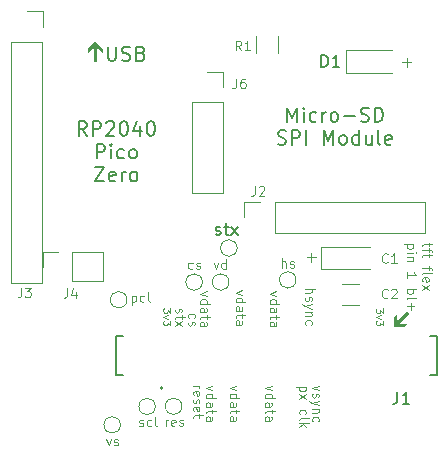
<source format=gbr>
%TF.GenerationSoftware,KiCad,Pcbnew,9.0.0*%
%TF.CreationDate,2025-06-13T13:21:56+01:00*%
%TF.ProjectId,KiCAD_uPicomac3_4,4b694341-445f-4755-9069-636f6d616333,rev?*%
%TF.SameCoordinates,Original*%
%TF.FileFunction,Legend,Top*%
%TF.FilePolarity,Positive*%
%FSLAX46Y46*%
G04 Gerber Fmt 4.6, Leading zero omitted, Abs format (unit mm)*
G04 Created by KiCad (PCBNEW 9.0.0) date 2025-06-13 13:21:56*
%MOMM*%
%LPD*%
G01*
G04 APERTURE LIST*
%ADD10C,0.100000*%
%ADD11C,0.187500*%
%ADD12C,0.125000*%
%ADD13C,0.150000*%
%ADD14C,0.120000*%
%ADD15C,0.200000*%
G04 APERTURE END LIST*
D10*
X114878628Y-74619924D02*
X114878628Y-74991352D01*
X114878628Y-74991352D02*
X114650057Y-74791352D01*
X114650057Y-74791352D02*
X114650057Y-74877067D01*
X114650057Y-74877067D02*
X114621485Y-74934210D01*
X114621485Y-74934210D02*
X114592914Y-74962781D01*
X114592914Y-74962781D02*
X114535771Y-74991352D01*
X114535771Y-74991352D02*
X114392914Y-74991352D01*
X114392914Y-74991352D02*
X114335771Y-74962781D01*
X114335771Y-74962781D02*
X114307200Y-74934210D01*
X114307200Y-74934210D02*
X114278628Y-74877067D01*
X114278628Y-74877067D02*
X114278628Y-74705638D01*
X114278628Y-74705638D02*
X114307200Y-74648495D01*
X114307200Y-74648495D02*
X114335771Y-74619924D01*
X114678628Y-75191353D02*
X114278628Y-75334210D01*
X114278628Y-75334210D02*
X114678628Y-75477067D01*
X114878628Y-75648496D02*
X114878628Y-76019924D01*
X114878628Y-76019924D02*
X114650057Y-75819924D01*
X114650057Y-75819924D02*
X114650057Y-75905639D01*
X114650057Y-75905639D02*
X114621485Y-75962782D01*
X114621485Y-75962782D02*
X114592914Y-75991353D01*
X114592914Y-75991353D02*
X114535771Y-76019924D01*
X114535771Y-76019924D02*
X114392914Y-76019924D01*
X114392914Y-76019924D02*
X114335771Y-75991353D01*
X114335771Y-75991353D02*
X114307200Y-75962782D01*
X114307200Y-75962782D02*
X114278628Y-75905639D01*
X114278628Y-75905639D02*
X114278628Y-75734210D01*
X114278628Y-75734210D02*
X114307200Y-75677067D01*
X114307200Y-75677067D02*
X114335771Y-75648496D01*
X132878628Y-74619924D02*
X132878628Y-74991352D01*
X132878628Y-74991352D02*
X132650057Y-74791352D01*
X132650057Y-74791352D02*
X132650057Y-74877067D01*
X132650057Y-74877067D02*
X132621485Y-74934210D01*
X132621485Y-74934210D02*
X132592914Y-74962781D01*
X132592914Y-74962781D02*
X132535771Y-74991352D01*
X132535771Y-74991352D02*
X132392914Y-74991352D01*
X132392914Y-74991352D02*
X132335771Y-74962781D01*
X132335771Y-74962781D02*
X132307200Y-74934210D01*
X132307200Y-74934210D02*
X132278628Y-74877067D01*
X132278628Y-74877067D02*
X132278628Y-74705638D01*
X132278628Y-74705638D02*
X132307200Y-74648495D01*
X132307200Y-74648495D02*
X132335771Y-74619924D01*
X132678628Y-75191353D02*
X132278628Y-75334210D01*
X132278628Y-75334210D02*
X132678628Y-75477067D01*
X132878628Y-75648496D02*
X132878628Y-76019924D01*
X132878628Y-76019924D02*
X132650057Y-75819924D01*
X132650057Y-75819924D02*
X132650057Y-75905639D01*
X132650057Y-75905639D02*
X132621485Y-75962782D01*
X132621485Y-75962782D02*
X132592914Y-75991353D01*
X132592914Y-75991353D02*
X132535771Y-76019924D01*
X132535771Y-76019924D02*
X132392914Y-76019924D01*
X132392914Y-76019924D02*
X132335771Y-75991353D01*
X132335771Y-75991353D02*
X132307200Y-75962782D01*
X132307200Y-75962782D02*
X132278628Y-75905639D01*
X132278628Y-75905639D02*
X132278628Y-75734210D01*
X132278628Y-75734210D02*
X132307200Y-75677067D01*
X132307200Y-75677067D02*
X132335771Y-75648496D01*
X127436438Y-81180074D02*
X126903104Y-81370550D01*
X126903104Y-81370550D02*
X127436438Y-81561027D01*
X126941200Y-81827693D02*
X126903104Y-81903884D01*
X126903104Y-81903884D02*
X126903104Y-82056265D01*
X126903104Y-82056265D02*
X126941200Y-82132455D01*
X126941200Y-82132455D02*
X127017390Y-82170551D01*
X127017390Y-82170551D02*
X127055485Y-82170551D01*
X127055485Y-82170551D02*
X127131676Y-82132455D01*
X127131676Y-82132455D02*
X127169771Y-82056265D01*
X127169771Y-82056265D02*
X127169771Y-81941979D01*
X127169771Y-81941979D02*
X127207866Y-81865789D01*
X127207866Y-81865789D02*
X127284057Y-81827693D01*
X127284057Y-81827693D02*
X127322152Y-81827693D01*
X127322152Y-81827693D02*
X127398342Y-81865789D01*
X127398342Y-81865789D02*
X127436438Y-81941979D01*
X127436438Y-81941979D02*
X127436438Y-82056265D01*
X127436438Y-82056265D02*
X127398342Y-82132455D01*
X127436438Y-82437217D02*
X126903104Y-82627693D01*
X127436438Y-82818170D02*
X126903104Y-82627693D01*
X126903104Y-82627693D02*
X126712628Y-82551503D01*
X126712628Y-82551503D02*
X126674533Y-82513408D01*
X126674533Y-82513408D02*
X126636438Y-82437217D01*
X127436438Y-83122932D02*
X126903104Y-83122932D01*
X127360247Y-83122932D02*
X127398342Y-83161027D01*
X127398342Y-83161027D02*
X127436438Y-83237217D01*
X127436438Y-83237217D02*
X127436438Y-83351503D01*
X127436438Y-83351503D02*
X127398342Y-83427694D01*
X127398342Y-83427694D02*
X127322152Y-83465789D01*
X127322152Y-83465789D02*
X126903104Y-83465789D01*
X126941200Y-84189599D02*
X126903104Y-84113408D01*
X126903104Y-84113408D02*
X126903104Y-83961027D01*
X126903104Y-83961027D02*
X126941200Y-83884837D01*
X126941200Y-83884837D02*
X126979295Y-83846742D01*
X126979295Y-83846742D02*
X127055485Y-83808646D01*
X127055485Y-83808646D02*
X127284057Y-83808646D01*
X127284057Y-83808646D02*
X127360247Y-83846742D01*
X127360247Y-83846742D02*
X127398342Y-83884837D01*
X127398342Y-83884837D02*
X127436438Y-83961027D01*
X127436438Y-83961027D02*
X127436438Y-84113408D01*
X127436438Y-84113408D02*
X127398342Y-84189599D01*
D11*
G36*
X108517766Y-52015962D02*
G01*
X109127763Y-52618631D01*
X109127763Y-53013206D01*
X108658817Y-52543527D01*
X108658817Y-53773778D01*
X108377449Y-53773778D01*
X108377449Y-52543527D01*
X107908503Y-53013206D01*
X107908503Y-52618631D01*
X108517766Y-52015962D01*
G37*
D10*
X126403884Y-70291466D02*
X127165789Y-70291466D01*
X126784836Y-70672419D02*
X126784836Y-69910514D01*
X115341200Y-74634210D02*
X115303104Y-74710401D01*
X115303104Y-74710401D02*
X115303104Y-74862782D01*
X115303104Y-74862782D02*
X115341200Y-74938972D01*
X115341200Y-74938972D02*
X115417390Y-74977068D01*
X115417390Y-74977068D02*
X115455485Y-74977068D01*
X115455485Y-74977068D02*
X115531676Y-74938972D01*
X115531676Y-74938972D02*
X115569771Y-74862782D01*
X115569771Y-74862782D02*
X115569771Y-74748496D01*
X115569771Y-74748496D02*
X115607866Y-74672306D01*
X115607866Y-74672306D02*
X115684057Y-74634210D01*
X115684057Y-74634210D02*
X115722152Y-74634210D01*
X115722152Y-74634210D02*
X115798342Y-74672306D01*
X115798342Y-74672306D02*
X115836438Y-74748496D01*
X115836438Y-74748496D02*
X115836438Y-74862782D01*
X115836438Y-74862782D02*
X115798342Y-74938972D01*
X115836438Y-75205639D02*
X115836438Y-75510401D01*
X116103104Y-75319925D02*
X115417390Y-75319925D01*
X115417390Y-75319925D02*
X115341200Y-75358020D01*
X115341200Y-75358020D02*
X115303104Y-75434210D01*
X115303104Y-75434210D02*
X115303104Y-75510401D01*
X115303104Y-75700877D02*
X115836438Y-76119925D01*
X115836438Y-75700877D02*
X115303104Y-76119925D01*
X123836438Y-73180074D02*
X123303104Y-73370550D01*
X123303104Y-73370550D02*
X123836438Y-73561027D01*
X123303104Y-74208646D02*
X124103104Y-74208646D01*
X123341200Y-74208646D02*
X123303104Y-74132455D01*
X123303104Y-74132455D02*
X123303104Y-73980074D01*
X123303104Y-73980074D02*
X123341200Y-73903884D01*
X123341200Y-73903884D02*
X123379295Y-73865789D01*
X123379295Y-73865789D02*
X123455485Y-73827693D01*
X123455485Y-73827693D02*
X123684057Y-73827693D01*
X123684057Y-73827693D02*
X123760247Y-73865789D01*
X123760247Y-73865789D02*
X123798342Y-73903884D01*
X123798342Y-73903884D02*
X123836438Y-73980074D01*
X123836438Y-73980074D02*
X123836438Y-74132455D01*
X123836438Y-74132455D02*
X123798342Y-74208646D01*
X123303104Y-74932456D02*
X123722152Y-74932456D01*
X123722152Y-74932456D02*
X123798342Y-74894361D01*
X123798342Y-74894361D02*
X123836438Y-74818170D01*
X123836438Y-74818170D02*
X123836438Y-74665789D01*
X123836438Y-74665789D02*
X123798342Y-74589599D01*
X123341200Y-74932456D02*
X123303104Y-74856265D01*
X123303104Y-74856265D02*
X123303104Y-74665789D01*
X123303104Y-74665789D02*
X123341200Y-74589599D01*
X123341200Y-74589599D02*
X123417390Y-74551503D01*
X123417390Y-74551503D02*
X123493580Y-74551503D01*
X123493580Y-74551503D02*
X123569771Y-74589599D01*
X123569771Y-74589599D02*
X123607866Y-74665789D01*
X123607866Y-74665789D02*
X123607866Y-74856265D01*
X123607866Y-74856265D02*
X123645961Y-74932456D01*
X123836438Y-75199123D02*
X123836438Y-75503885D01*
X124103104Y-75313409D02*
X123417390Y-75313409D01*
X123417390Y-75313409D02*
X123341200Y-75351504D01*
X123341200Y-75351504D02*
X123303104Y-75427694D01*
X123303104Y-75427694D02*
X123303104Y-75503885D01*
X123303104Y-76113409D02*
X123722152Y-76113409D01*
X123722152Y-76113409D02*
X123798342Y-76075314D01*
X123798342Y-76075314D02*
X123836438Y-75999123D01*
X123836438Y-75999123D02*
X123836438Y-75846742D01*
X123836438Y-75846742D02*
X123798342Y-75770552D01*
X123341200Y-76113409D02*
X123303104Y-76037218D01*
X123303104Y-76037218D02*
X123303104Y-75846742D01*
X123303104Y-75846742D02*
X123341200Y-75770552D01*
X123341200Y-75770552D02*
X123417390Y-75732456D01*
X123417390Y-75732456D02*
X123493580Y-75732456D01*
X123493580Y-75732456D02*
X123569771Y-75770552D01*
X123569771Y-75770552D02*
X123607866Y-75846742D01*
X123607866Y-75846742D02*
X123607866Y-76037218D01*
X123607866Y-76037218D02*
X123645961Y-76113409D01*
D12*
X136725693Y-69058426D02*
X136725693Y-69363188D01*
X136992359Y-69172712D02*
X136306645Y-69172712D01*
X136306645Y-69172712D02*
X136230455Y-69210807D01*
X136230455Y-69210807D02*
X136192359Y-69286997D01*
X136192359Y-69286997D02*
X136192359Y-69363188D01*
X136725693Y-69515569D02*
X136725693Y-69820331D01*
X136192359Y-69629855D02*
X136878074Y-69629855D01*
X136878074Y-69629855D02*
X136954264Y-69667950D01*
X136954264Y-69667950D02*
X136992359Y-69744140D01*
X136992359Y-69744140D02*
X136992359Y-69820331D01*
X136725693Y-69972712D02*
X136725693Y-70277474D01*
X136992359Y-70086998D02*
X136306645Y-70086998D01*
X136306645Y-70086998D02*
X136230455Y-70125093D01*
X136230455Y-70125093D02*
X136192359Y-70201283D01*
X136192359Y-70201283D02*
X136192359Y-70277474D01*
X136725693Y-71039379D02*
X136725693Y-71344141D01*
X136192359Y-71153665D02*
X136878074Y-71153665D01*
X136878074Y-71153665D02*
X136954264Y-71191760D01*
X136954264Y-71191760D02*
X136992359Y-71267950D01*
X136992359Y-71267950D02*
X136992359Y-71344141D01*
X136192359Y-71725093D02*
X136230455Y-71648903D01*
X136230455Y-71648903D02*
X136306645Y-71610808D01*
X136306645Y-71610808D02*
X136992359Y-71610808D01*
X136230455Y-72334618D02*
X136192359Y-72258427D01*
X136192359Y-72258427D02*
X136192359Y-72106046D01*
X136192359Y-72106046D02*
X136230455Y-72029856D01*
X136230455Y-72029856D02*
X136306645Y-71991760D01*
X136306645Y-71991760D02*
X136611407Y-71991760D01*
X136611407Y-71991760D02*
X136687597Y-72029856D01*
X136687597Y-72029856D02*
X136725693Y-72106046D01*
X136725693Y-72106046D02*
X136725693Y-72258427D01*
X136725693Y-72258427D02*
X136687597Y-72334618D01*
X136687597Y-72334618D02*
X136611407Y-72372713D01*
X136611407Y-72372713D02*
X136535216Y-72372713D01*
X136535216Y-72372713D02*
X136459026Y-71991760D01*
X136192359Y-72639379D02*
X136725693Y-73058427D01*
X136725693Y-72639379D02*
X136192359Y-73058427D01*
X135437738Y-69172712D02*
X134637738Y-69172712D01*
X135399642Y-69172712D02*
X135437738Y-69248902D01*
X135437738Y-69248902D02*
X135437738Y-69401283D01*
X135437738Y-69401283D02*
X135399642Y-69477474D01*
X135399642Y-69477474D02*
X135361547Y-69515569D01*
X135361547Y-69515569D02*
X135285357Y-69553664D01*
X135285357Y-69553664D02*
X135056785Y-69553664D01*
X135056785Y-69553664D02*
X134980595Y-69515569D01*
X134980595Y-69515569D02*
X134942500Y-69477474D01*
X134942500Y-69477474D02*
X134904404Y-69401283D01*
X134904404Y-69401283D02*
X134904404Y-69248902D01*
X134904404Y-69248902D02*
X134942500Y-69172712D01*
X134904404Y-69896522D02*
X135437738Y-69896522D01*
X135704404Y-69896522D02*
X135666309Y-69858426D01*
X135666309Y-69858426D02*
X135628214Y-69896522D01*
X135628214Y-69896522D02*
X135666309Y-69934617D01*
X135666309Y-69934617D02*
X135704404Y-69896522D01*
X135704404Y-69896522D02*
X135628214Y-69896522D01*
X135437738Y-70277474D02*
X134904404Y-70277474D01*
X135361547Y-70277474D02*
X135399642Y-70315569D01*
X135399642Y-70315569D02*
X135437738Y-70391759D01*
X135437738Y-70391759D02*
X135437738Y-70506045D01*
X135437738Y-70506045D02*
X135399642Y-70582236D01*
X135399642Y-70582236D02*
X135323452Y-70620331D01*
X135323452Y-70620331D02*
X134904404Y-70620331D01*
X134904404Y-72029855D02*
X134904404Y-71572712D01*
X134904404Y-71801284D02*
X135704404Y-71801284D01*
X135704404Y-71801284D02*
X135590119Y-71725093D01*
X135590119Y-71725093D02*
X135513928Y-71648903D01*
X135513928Y-71648903D02*
X135475833Y-71572712D01*
X134904404Y-72982237D02*
X135704404Y-72982237D01*
X135399642Y-72982237D02*
X135437738Y-73058427D01*
X135437738Y-73058427D02*
X135437738Y-73210808D01*
X135437738Y-73210808D02*
X135399642Y-73286999D01*
X135399642Y-73286999D02*
X135361547Y-73325094D01*
X135361547Y-73325094D02*
X135285357Y-73363189D01*
X135285357Y-73363189D02*
X135056785Y-73363189D01*
X135056785Y-73363189D02*
X134980595Y-73325094D01*
X134980595Y-73325094D02*
X134942500Y-73286999D01*
X134942500Y-73286999D02*
X134904404Y-73210808D01*
X134904404Y-73210808D02*
X134904404Y-73058427D01*
X134904404Y-73058427D02*
X134942500Y-72982237D01*
X134904404Y-73820332D02*
X134942500Y-73744142D01*
X134942500Y-73744142D02*
X135018690Y-73706047D01*
X135018690Y-73706047D02*
X135704404Y-73706047D01*
X135209166Y-74125095D02*
X135209166Y-74734619D01*
X134904404Y-74429857D02*
X135513928Y-74429857D01*
D11*
X109585714Y-52443392D02*
X109585714Y-53414821D01*
X109585714Y-53414821D02*
X109642857Y-53529107D01*
X109642857Y-53529107D02*
X109700000Y-53586250D01*
X109700000Y-53586250D02*
X109814285Y-53643392D01*
X109814285Y-53643392D02*
X110042857Y-53643392D01*
X110042857Y-53643392D02*
X110157142Y-53586250D01*
X110157142Y-53586250D02*
X110214285Y-53529107D01*
X110214285Y-53529107D02*
X110271428Y-53414821D01*
X110271428Y-53414821D02*
X110271428Y-52443392D01*
X110785714Y-53586250D02*
X110957143Y-53643392D01*
X110957143Y-53643392D02*
X111242857Y-53643392D01*
X111242857Y-53643392D02*
X111357143Y-53586250D01*
X111357143Y-53586250D02*
X111414285Y-53529107D01*
X111414285Y-53529107D02*
X111471428Y-53414821D01*
X111471428Y-53414821D02*
X111471428Y-53300535D01*
X111471428Y-53300535D02*
X111414285Y-53186250D01*
X111414285Y-53186250D02*
X111357143Y-53129107D01*
X111357143Y-53129107D02*
X111242857Y-53071964D01*
X111242857Y-53071964D02*
X111014285Y-53014821D01*
X111014285Y-53014821D02*
X110900000Y-52957678D01*
X110900000Y-52957678D02*
X110842857Y-52900535D01*
X110842857Y-52900535D02*
X110785714Y-52786250D01*
X110785714Y-52786250D02*
X110785714Y-52671964D01*
X110785714Y-52671964D02*
X110842857Y-52557678D01*
X110842857Y-52557678D02*
X110900000Y-52500535D01*
X110900000Y-52500535D02*
X111014285Y-52443392D01*
X111014285Y-52443392D02*
X111300000Y-52443392D01*
X111300000Y-52443392D02*
X111471428Y-52500535D01*
X112385714Y-53014821D02*
X112557142Y-53071964D01*
X112557142Y-53071964D02*
X112614285Y-53129107D01*
X112614285Y-53129107D02*
X112671428Y-53243392D01*
X112671428Y-53243392D02*
X112671428Y-53414821D01*
X112671428Y-53414821D02*
X112614285Y-53529107D01*
X112614285Y-53529107D02*
X112557142Y-53586250D01*
X112557142Y-53586250D02*
X112442857Y-53643392D01*
X112442857Y-53643392D02*
X111985714Y-53643392D01*
X111985714Y-53643392D02*
X111985714Y-52443392D01*
X111985714Y-52443392D02*
X112385714Y-52443392D01*
X112385714Y-52443392D02*
X112500000Y-52500535D01*
X112500000Y-52500535D02*
X112557142Y-52557678D01*
X112557142Y-52557678D02*
X112614285Y-52671964D01*
X112614285Y-52671964D02*
X112614285Y-52786250D01*
X112614285Y-52786250D02*
X112557142Y-52900535D01*
X112557142Y-52900535D02*
X112500000Y-52957678D01*
X112500000Y-52957678D02*
X112385714Y-53014821D01*
X112385714Y-53014821D02*
X111985714Y-53014821D01*
D10*
X126303104Y-72956265D02*
X127103104Y-72956265D01*
X126303104Y-73299122D02*
X126722152Y-73299122D01*
X126722152Y-73299122D02*
X126798342Y-73261027D01*
X126798342Y-73261027D02*
X126836438Y-73184836D01*
X126836438Y-73184836D02*
X126836438Y-73070550D01*
X126836438Y-73070550D02*
X126798342Y-72994360D01*
X126798342Y-72994360D02*
X126760247Y-72956265D01*
X126341200Y-73641979D02*
X126303104Y-73718170D01*
X126303104Y-73718170D02*
X126303104Y-73870551D01*
X126303104Y-73870551D02*
X126341200Y-73946741D01*
X126341200Y-73946741D02*
X126417390Y-73984837D01*
X126417390Y-73984837D02*
X126455485Y-73984837D01*
X126455485Y-73984837D02*
X126531676Y-73946741D01*
X126531676Y-73946741D02*
X126569771Y-73870551D01*
X126569771Y-73870551D02*
X126569771Y-73756265D01*
X126569771Y-73756265D02*
X126607866Y-73680075D01*
X126607866Y-73680075D02*
X126684057Y-73641979D01*
X126684057Y-73641979D02*
X126722152Y-73641979D01*
X126722152Y-73641979D02*
X126798342Y-73680075D01*
X126798342Y-73680075D02*
X126836438Y-73756265D01*
X126836438Y-73756265D02*
X126836438Y-73870551D01*
X126836438Y-73870551D02*
X126798342Y-73946741D01*
X126836438Y-74251503D02*
X126303104Y-74441979D01*
X126836438Y-74632456D02*
X126303104Y-74441979D01*
X126303104Y-74441979D02*
X126112628Y-74365789D01*
X126112628Y-74365789D02*
X126074533Y-74327694D01*
X126074533Y-74327694D02*
X126036438Y-74251503D01*
X126836438Y-74937218D02*
X126303104Y-74937218D01*
X126760247Y-74937218D02*
X126798342Y-74975313D01*
X126798342Y-74975313D02*
X126836438Y-75051503D01*
X126836438Y-75051503D02*
X126836438Y-75165789D01*
X126836438Y-75165789D02*
X126798342Y-75241980D01*
X126798342Y-75241980D02*
X126722152Y-75280075D01*
X126722152Y-75280075D02*
X126303104Y-75280075D01*
X126341200Y-76003885D02*
X126303104Y-75927694D01*
X126303104Y-75927694D02*
X126303104Y-75775313D01*
X126303104Y-75775313D02*
X126341200Y-75699123D01*
X126341200Y-75699123D02*
X126379295Y-75661028D01*
X126379295Y-75661028D02*
X126455485Y-75622932D01*
X126455485Y-75622932D02*
X126684057Y-75622932D01*
X126684057Y-75622932D02*
X126760247Y-75661028D01*
X126760247Y-75661028D02*
X126798342Y-75699123D01*
X126798342Y-75699123D02*
X126836438Y-75775313D01*
X126836438Y-75775313D02*
X126836438Y-75927694D01*
X126836438Y-75927694D02*
X126798342Y-76003885D01*
X123436438Y-81180074D02*
X122903104Y-81370550D01*
X122903104Y-81370550D02*
X123436438Y-81561027D01*
X122903104Y-82208646D02*
X123703104Y-82208646D01*
X122941200Y-82208646D02*
X122903104Y-82132455D01*
X122903104Y-82132455D02*
X122903104Y-81980074D01*
X122903104Y-81980074D02*
X122941200Y-81903884D01*
X122941200Y-81903884D02*
X122979295Y-81865789D01*
X122979295Y-81865789D02*
X123055485Y-81827693D01*
X123055485Y-81827693D02*
X123284057Y-81827693D01*
X123284057Y-81827693D02*
X123360247Y-81865789D01*
X123360247Y-81865789D02*
X123398342Y-81903884D01*
X123398342Y-81903884D02*
X123436438Y-81980074D01*
X123436438Y-81980074D02*
X123436438Y-82132455D01*
X123436438Y-82132455D02*
X123398342Y-82208646D01*
X122903104Y-82932456D02*
X123322152Y-82932456D01*
X123322152Y-82932456D02*
X123398342Y-82894361D01*
X123398342Y-82894361D02*
X123436438Y-82818170D01*
X123436438Y-82818170D02*
X123436438Y-82665789D01*
X123436438Y-82665789D02*
X123398342Y-82589599D01*
X122941200Y-82932456D02*
X122903104Y-82856265D01*
X122903104Y-82856265D02*
X122903104Y-82665789D01*
X122903104Y-82665789D02*
X122941200Y-82589599D01*
X122941200Y-82589599D02*
X123017390Y-82551503D01*
X123017390Y-82551503D02*
X123093580Y-82551503D01*
X123093580Y-82551503D02*
X123169771Y-82589599D01*
X123169771Y-82589599D02*
X123207866Y-82665789D01*
X123207866Y-82665789D02*
X123207866Y-82856265D01*
X123207866Y-82856265D02*
X123245961Y-82932456D01*
X123436438Y-83199123D02*
X123436438Y-83503885D01*
X123703104Y-83313409D02*
X123017390Y-83313409D01*
X123017390Y-83313409D02*
X122941200Y-83351504D01*
X122941200Y-83351504D02*
X122903104Y-83427694D01*
X122903104Y-83427694D02*
X122903104Y-83503885D01*
X122903104Y-84113409D02*
X123322152Y-84113409D01*
X123322152Y-84113409D02*
X123398342Y-84075314D01*
X123398342Y-84075314D02*
X123436438Y-83999123D01*
X123436438Y-83999123D02*
X123436438Y-83846742D01*
X123436438Y-83846742D02*
X123398342Y-83770552D01*
X122941200Y-84113409D02*
X122903104Y-84037218D01*
X122903104Y-84037218D02*
X122903104Y-83846742D01*
X122903104Y-83846742D02*
X122941200Y-83770552D01*
X122941200Y-83770552D02*
X123017390Y-83732456D01*
X123017390Y-83732456D02*
X123093580Y-83732456D01*
X123093580Y-83732456D02*
X123169771Y-83770552D01*
X123169771Y-83770552D02*
X123207866Y-83846742D01*
X123207866Y-83846742D02*
X123207866Y-84037218D01*
X123207866Y-84037218D02*
X123245961Y-84113409D01*
D12*
X134519048Y-53790166D02*
X135280953Y-53790166D01*
X134900000Y-54171119D02*
X134900000Y-53409214D01*
D10*
X120436438Y-81180074D02*
X119903104Y-81370550D01*
X119903104Y-81370550D02*
X120436438Y-81561027D01*
X119903104Y-82208646D02*
X120703104Y-82208646D01*
X119941200Y-82208646D02*
X119903104Y-82132455D01*
X119903104Y-82132455D02*
X119903104Y-81980074D01*
X119903104Y-81980074D02*
X119941200Y-81903884D01*
X119941200Y-81903884D02*
X119979295Y-81865789D01*
X119979295Y-81865789D02*
X120055485Y-81827693D01*
X120055485Y-81827693D02*
X120284057Y-81827693D01*
X120284057Y-81827693D02*
X120360247Y-81865789D01*
X120360247Y-81865789D02*
X120398342Y-81903884D01*
X120398342Y-81903884D02*
X120436438Y-81980074D01*
X120436438Y-81980074D02*
X120436438Y-82132455D01*
X120436438Y-82132455D02*
X120398342Y-82208646D01*
X119903104Y-82932456D02*
X120322152Y-82932456D01*
X120322152Y-82932456D02*
X120398342Y-82894361D01*
X120398342Y-82894361D02*
X120436438Y-82818170D01*
X120436438Y-82818170D02*
X120436438Y-82665789D01*
X120436438Y-82665789D02*
X120398342Y-82589599D01*
X119941200Y-82932456D02*
X119903104Y-82856265D01*
X119903104Y-82856265D02*
X119903104Y-82665789D01*
X119903104Y-82665789D02*
X119941200Y-82589599D01*
X119941200Y-82589599D02*
X120017390Y-82551503D01*
X120017390Y-82551503D02*
X120093580Y-82551503D01*
X120093580Y-82551503D02*
X120169771Y-82589599D01*
X120169771Y-82589599D02*
X120207866Y-82665789D01*
X120207866Y-82665789D02*
X120207866Y-82856265D01*
X120207866Y-82856265D02*
X120245961Y-82932456D01*
X120436438Y-83199123D02*
X120436438Y-83503885D01*
X120703104Y-83313409D02*
X120017390Y-83313409D01*
X120017390Y-83313409D02*
X119941200Y-83351504D01*
X119941200Y-83351504D02*
X119903104Y-83427694D01*
X119903104Y-83427694D02*
X119903104Y-83503885D01*
X119903104Y-84113409D02*
X120322152Y-84113409D01*
X120322152Y-84113409D02*
X120398342Y-84075314D01*
X120398342Y-84075314D02*
X120436438Y-83999123D01*
X120436438Y-83999123D02*
X120436438Y-83846742D01*
X120436438Y-83846742D02*
X120398342Y-83770552D01*
X119941200Y-84113409D02*
X119903104Y-84037218D01*
X119903104Y-84037218D02*
X119903104Y-83846742D01*
X119903104Y-83846742D02*
X119941200Y-83770552D01*
X119941200Y-83770552D02*
X120017390Y-83732456D01*
X120017390Y-83732456D02*
X120093580Y-83732456D01*
X120093580Y-83732456D02*
X120169771Y-83770552D01*
X120169771Y-83770552D02*
X120207866Y-83846742D01*
X120207866Y-83846742D02*
X120207866Y-84037218D01*
X120207866Y-84037218D02*
X120245961Y-84113409D01*
X118436438Y-81180074D02*
X117903104Y-81370550D01*
X117903104Y-81370550D02*
X118436438Y-81561027D01*
X117903104Y-82208646D02*
X118703104Y-82208646D01*
X117941200Y-82208646D02*
X117903104Y-82132455D01*
X117903104Y-82132455D02*
X117903104Y-81980074D01*
X117903104Y-81980074D02*
X117941200Y-81903884D01*
X117941200Y-81903884D02*
X117979295Y-81865789D01*
X117979295Y-81865789D02*
X118055485Y-81827693D01*
X118055485Y-81827693D02*
X118284057Y-81827693D01*
X118284057Y-81827693D02*
X118360247Y-81865789D01*
X118360247Y-81865789D02*
X118398342Y-81903884D01*
X118398342Y-81903884D02*
X118436438Y-81980074D01*
X118436438Y-81980074D02*
X118436438Y-82132455D01*
X118436438Y-82132455D02*
X118398342Y-82208646D01*
X117903104Y-82932456D02*
X118322152Y-82932456D01*
X118322152Y-82932456D02*
X118398342Y-82894361D01*
X118398342Y-82894361D02*
X118436438Y-82818170D01*
X118436438Y-82818170D02*
X118436438Y-82665789D01*
X118436438Y-82665789D02*
X118398342Y-82589599D01*
X117941200Y-82932456D02*
X117903104Y-82856265D01*
X117903104Y-82856265D02*
X117903104Y-82665789D01*
X117903104Y-82665789D02*
X117941200Y-82589599D01*
X117941200Y-82589599D02*
X118017390Y-82551503D01*
X118017390Y-82551503D02*
X118093580Y-82551503D01*
X118093580Y-82551503D02*
X118169771Y-82589599D01*
X118169771Y-82589599D02*
X118207866Y-82665789D01*
X118207866Y-82665789D02*
X118207866Y-82856265D01*
X118207866Y-82856265D02*
X118245961Y-82932456D01*
X118436438Y-83199123D02*
X118436438Y-83503885D01*
X118703104Y-83313409D02*
X118017390Y-83313409D01*
X118017390Y-83313409D02*
X117941200Y-83351504D01*
X117941200Y-83351504D02*
X117903104Y-83427694D01*
X117903104Y-83427694D02*
X117903104Y-83503885D01*
X117903104Y-84113409D02*
X118322152Y-84113409D01*
X118322152Y-84113409D02*
X118398342Y-84075314D01*
X118398342Y-84075314D02*
X118436438Y-83999123D01*
X118436438Y-83999123D02*
X118436438Y-83846742D01*
X118436438Y-83846742D02*
X118398342Y-83770552D01*
X117941200Y-84113409D02*
X117903104Y-84037218D01*
X117903104Y-84037218D02*
X117903104Y-83846742D01*
X117903104Y-83846742D02*
X117941200Y-83770552D01*
X117941200Y-83770552D02*
X118017390Y-83732456D01*
X118017390Y-83732456D02*
X118093580Y-83732456D01*
X118093580Y-83732456D02*
X118169771Y-83770552D01*
X118169771Y-83770552D02*
X118207866Y-83846742D01*
X118207866Y-83846742D02*
X118207866Y-84037218D01*
X118207866Y-84037218D02*
X118245961Y-84113409D01*
D13*
X107785714Y-59981476D02*
X107385714Y-59410048D01*
X107100000Y-59981476D02*
X107100000Y-58781476D01*
X107100000Y-58781476D02*
X107557143Y-58781476D01*
X107557143Y-58781476D02*
X107671428Y-58838619D01*
X107671428Y-58838619D02*
X107728571Y-58895762D01*
X107728571Y-58895762D02*
X107785714Y-59010048D01*
X107785714Y-59010048D02*
X107785714Y-59181476D01*
X107785714Y-59181476D02*
X107728571Y-59295762D01*
X107728571Y-59295762D02*
X107671428Y-59352905D01*
X107671428Y-59352905D02*
X107557143Y-59410048D01*
X107557143Y-59410048D02*
X107100000Y-59410048D01*
X108300000Y-59981476D02*
X108300000Y-58781476D01*
X108300000Y-58781476D02*
X108757143Y-58781476D01*
X108757143Y-58781476D02*
X108871428Y-58838619D01*
X108871428Y-58838619D02*
X108928571Y-58895762D01*
X108928571Y-58895762D02*
X108985714Y-59010048D01*
X108985714Y-59010048D02*
X108985714Y-59181476D01*
X108985714Y-59181476D02*
X108928571Y-59295762D01*
X108928571Y-59295762D02*
X108871428Y-59352905D01*
X108871428Y-59352905D02*
X108757143Y-59410048D01*
X108757143Y-59410048D02*
X108300000Y-59410048D01*
X109442857Y-58895762D02*
X109500000Y-58838619D01*
X109500000Y-58838619D02*
X109614286Y-58781476D01*
X109614286Y-58781476D02*
X109900000Y-58781476D01*
X109900000Y-58781476D02*
X110014286Y-58838619D01*
X110014286Y-58838619D02*
X110071428Y-58895762D01*
X110071428Y-58895762D02*
X110128571Y-59010048D01*
X110128571Y-59010048D02*
X110128571Y-59124334D01*
X110128571Y-59124334D02*
X110071428Y-59295762D01*
X110071428Y-59295762D02*
X109385714Y-59981476D01*
X109385714Y-59981476D02*
X110128571Y-59981476D01*
X110871428Y-58781476D02*
X110985714Y-58781476D01*
X110985714Y-58781476D02*
X111100000Y-58838619D01*
X111100000Y-58838619D02*
X111157143Y-58895762D01*
X111157143Y-58895762D02*
X111214285Y-59010048D01*
X111214285Y-59010048D02*
X111271428Y-59238619D01*
X111271428Y-59238619D02*
X111271428Y-59524334D01*
X111271428Y-59524334D02*
X111214285Y-59752905D01*
X111214285Y-59752905D02*
X111157143Y-59867191D01*
X111157143Y-59867191D02*
X111100000Y-59924334D01*
X111100000Y-59924334D02*
X110985714Y-59981476D01*
X110985714Y-59981476D02*
X110871428Y-59981476D01*
X110871428Y-59981476D02*
X110757143Y-59924334D01*
X110757143Y-59924334D02*
X110700000Y-59867191D01*
X110700000Y-59867191D02*
X110642857Y-59752905D01*
X110642857Y-59752905D02*
X110585714Y-59524334D01*
X110585714Y-59524334D02*
X110585714Y-59238619D01*
X110585714Y-59238619D02*
X110642857Y-59010048D01*
X110642857Y-59010048D02*
X110700000Y-58895762D01*
X110700000Y-58895762D02*
X110757143Y-58838619D01*
X110757143Y-58838619D02*
X110871428Y-58781476D01*
X112300000Y-59181476D02*
X112300000Y-59981476D01*
X112014285Y-58724334D02*
X111728571Y-59581476D01*
X111728571Y-59581476D02*
X112471428Y-59581476D01*
X113157142Y-58781476D02*
X113271428Y-58781476D01*
X113271428Y-58781476D02*
X113385714Y-58838619D01*
X113385714Y-58838619D02*
X113442857Y-58895762D01*
X113442857Y-58895762D02*
X113499999Y-59010048D01*
X113499999Y-59010048D02*
X113557142Y-59238619D01*
X113557142Y-59238619D02*
X113557142Y-59524334D01*
X113557142Y-59524334D02*
X113499999Y-59752905D01*
X113499999Y-59752905D02*
X113442857Y-59867191D01*
X113442857Y-59867191D02*
X113385714Y-59924334D01*
X113385714Y-59924334D02*
X113271428Y-59981476D01*
X113271428Y-59981476D02*
X113157142Y-59981476D01*
X113157142Y-59981476D02*
X113042857Y-59924334D01*
X113042857Y-59924334D02*
X112985714Y-59867191D01*
X112985714Y-59867191D02*
X112928571Y-59752905D01*
X112928571Y-59752905D02*
X112871428Y-59524334D01*
X112871428Y-59524334D02*
X112871428Y-59238619D01*
X112871428Y-59238619D02*
X112928571Y-59010048D01*
X112928571Y-59010048D02*
X112985714Y-58895762D01*
X112985714Y-58895762D02*
X113042857Y-58838619D01*
X113042857Y-58838619D02*
X113157142Y-58781476D01*
X108642857Y-61913409D02*
X108642857Y-60713409D01*
X108642857Y-60713409D02*
X109100000Y-60713409D01*
X109100000Y-60713409D02*
X109214285Y-60770552D01*
X109214285Y-60770552D02*
X109271428Y-60827695D01*
X109271428Y-60827695D02*
X109328571Y-60941981D01*
X109328571Y-60941981D02*
X109328571Y-61113409D01*
X109328571Y-61113409D02*
X109271428Y-61227695D01*
X109271428Y-61227695D02*
X109214285Y-61284838D01*
X109214285Y-61284838D02*
X109100000Y-61341981D01*
X109100000Y-61341981D02*
X108642857Y-61341981D01*
X109842857Y-61913409D02*
X109842857Y-61113409D01*
X109842857Y-60713409D02*
X109785714Y-60770552D01*
X109785714Y-60770552D02*
X109842857Y-60827695D01*
X109842857Y-60827695D02*
X109900000Y-60770552D01*
X109900000Y-60770552D02*
X109842857Y-60713409D01*
X109842857Y-60713409D02*
X109842857Y-60827695D01*
X110928572Y-61856267D02*
X110814286Y-61913409D01*
X110814286Y-61913409D02*
X110585714Y-61913409D01*
X110585714Y-61913409D02*
X110471429Y-61856267D01*
X110471429Y-61856267D02*
X110414286Y-61799124D01*
X110414286Y-61799124D02*
X110357143Y-61684838D01*
X110357143Y-61684838D02*
X110357143Y-61341981D01*
X110357143Y-61341981D02*
X110414286Y-61227695D01*
X110414286Y-61227695D02*
X110471429Y-61170552D01*
X110471429Y-61170552D02*
X110585714Y-61113409D01*
X110585714Y-61113409D02*
X110814286Y-61113409D01*
X110814286Y-61113409D02*
X110928572Y-61170552D01*
X111614285Y-61913409D02*
X111500000Y-61856267D01*
X111500000Y-61856267D02*
X111442857Y-61799124D01*
X111442857Y-61799124D02*
X111385714Y-61684838D01*
X111385714Y-61684838D02*
X111385714Y-61341981D01*
X111385714Y-61341981D02*
X111442857Y-61227695D01*
X111442857Y-61227695D02*
X111500000Y-61170552D01*
X111500000Y-61170552D02*
X111614285Y-61113409D01*
X111614285Y-61113409D02*
X111785714Y-61113409D01*
X111785714Y-61113409D02*
X111900000Y-61170552D01*
X111900000Y-61170552D02*
X111957143Y-61227695D01*
X111957143Y-61227695D02*
X112014285Y-61341981D01*
X112014285Y-61341981D02*
X112014285Y-61684838D01*
X112014285Y-61684838D02*
X111957143Y-61799124D01*
X111957143Y-61799124D02*
X111900000Y-61856267D01*
X111900000Y-61856267D02*
X111785714Y-61913409D01*
X111785714Y-61913409D02*
X111614285Y-61913409D01*
X108471429Y-62645342D02*
X109271429Y-62645342D01*
X109271429Y-62645342D02*
X108471429Y-63845342D01*
X108471429Y-63845342D02*
X109271429Y-63845342D01*
X110185715Y-63788200D02*
X110071429Y-63845342D01*
X110071429Y-63845342D02*
X109842858Y-63845342D01*
X109842858Y-63845342D02*
X109728572Y-63788200D01*
X109728572Y-63788200D02*
X109671429Y-63673914D01*
X109671429Y-63673914D02*
X109671429Y-63216771D01*
X109671429Y-63216771D02*
X109728572Y-63102485D01*
X109728572Y-63102485D02*
X109842858Y-63045342D01*
X109842858Y-63045342D02*
X110071429Y-63045342D01*
X110071429Y-63045342D02*
X110185715Y-63102485D01*
X110185715Y-63102485D02*
X110242858Y-63216771D01*
X110242858Y-63216771D02*
X110242858Y-63331057D01*
X110242858Y-63331057D02*
X109671429Y-63445342D01*
X110757143Y-63845342D02*
X110757143Y-63045342D01*
X110757143Y-63273914D02*
X110814286Y-63159628D01*
X110814286Y-63159628D02*
X110871429Y-63102485D01*
X110871429Y-63102485D02*
X110985714Y-63045342D01*
X110985714Y-63045342D02*
X111100000Y-63045342D01*
X111671428Y-63845342D02*
X111557143Y-63788200D01*
X111557143Y-63788200D02*
X111500000Y-63731057D01*
X111500000Y-63731057D02*
X111442857Y-63616771D01*
X111442857Y-63616771D02*
X111442857Y-63273914D01*
X111442857Y-63273914D02*
X111500000Y-63159628D01*
X111500000Y-63159628D02*
X111557143Y-63102485D01*
X111557143Y-63102485D02*
X111671428Y-63045342D01*
X111671428Y-63045342D02*
X111842857Y-63045342D01*
X111842857Y-63045342D02*
X111957143Y-63102485D01*
X111957143Y-63102485D02*
X112014286Y-63159628D01*
X112014286Y-63159628D02*
X112071428Y-63273914D01*
X112071428Y-63273914D02*
X112071428Y-63616771D01*
X112071428Y-63616771D02*
X112014286Y-63731057D01*
X112014286Y-63731057D02*
X111957143Y-63788200D01*
X111957143Y-63788200D02*
X111842857Y-63845342D01*
X111842857Y-63845342D02*
X111671428Y-63845342D01*
D10*
X116803104Y-81156265D02*
X117336438Y-81156265D01*
X117184057Y-81156265D02*
X117260247Y-81194360D01*
X117260247Y-81194360D02*
X117298342Y-81232455D01*
X117298342Y-81232455D02*
X117336438Y-81308646D01*
X117336438Y-81308646D02*
X117336438Y-81384836D01*
X116841200Y-81956265D02*
X116803104Y-81880074D01*
X116803104Y-81880074D02*
X116803104Y-81727693D01*
X116803104Y-81727693D02*
X116841200Y-81651503D01*
X116841200Y-81651503D02*
X116917390Y-81613407D01*
X116917390Y-81613407D02*
X117222152Y-81613407D01*
X117222152Y-81613407D02*
X117298342Y-81651503D01*
X117298342Y-81651503D02*
X117336438Y-81727693D01*
X117336438Y-81727693D02*
X117336438Y-81880074D01*
X117336438Y-81880074D02*
X117298342Y-81956265D01*
X117298342Y-81956265D02*
X117222152Y-81994360D01*
X117222152Y-81994360D02*
X117145961Y-81994360D01*
X117145961Y-81994360D02*
X117069771Y-81613407D01*
X116841200Y-82299121D02*
X116803104Y-82375312D01*
X116803104Y-82375312D02*
X116803104Y-82527693D01*
X116803104Y-82527693D02*
X116841200Y-82603883D01*
X116841200Y-82603883D02*
X116917390Y-82641979D01*
X116917390Y-82641979D02*
X116955485Y-82641979D01*
X116955485Y-82641979D02*
X117031676Y-82603883D01*
X117031676Y-82603883D02*
X117069771Y-82527693D01*
X117069771Y-82527693D02*
X117069771Y-82413407D01*
X117069771Y-82413407D02*
X117107866Y-82337217D01*
X117107866Y-82337217D02*
X117184057Y-82299121D01*
X117184057Y-82299121D02*
X117222152Y-82299121D01*
X117222152Y-82299121D02*
X117298342Y-82337217D01*
X117298342Y-82337217D02*
X117336438Y-82413407D01*
X117336438Y-82413407D02*
X117336438Y-82527693D01*
X117336438Y-82527693D02*
X117298342Y-82603883D01*
X116841200Y-83289598D02*
X116803104Y-83213407D01*
X116803104Y-83213407D02*
X116803104Y-83061026D01*
X116803104Y-83061026D02*
X116841200Y-82984836D01*
X116841200Y-82984836D02*
X116917390Y-82946740D01*
X116917390Y-82946740D02*
X117222152Y-82946740D01*
X117222152Y-82946740D02*
X117298342Y-82984836D01*
X117298342Y-82984836D02*
X117336438Y-83061026D01*
X117336438Y-83061026D02*
X117336438Y-83213407D01*
X117336438Y-83213407D02*
X117298342Y-83289598D01*
X117298342Y-83289598D02*
X117222152Y-83327693D01*
X117222152Y-83327693D02*
X117145961Y-83327693D01*
X117145961Y-83327693D02*
X117069771Y-82946740D01*
X117336438Y-83556264D02*
X117336438Y-83861026D01*
X117603104Y-83670550D02*
X116917390Y-83670550D01*
X116917390Y-83670550D02*
X116841200Y-83708645D01*
X116841200Y-83708645D02*
X116803104Y-83784835D01*
X116803104Y-83784835D02*
X116803104Y-83861026D01*
X126336438Y-81256265D02*
X125536438Y-81256265D01*
X126298342Y-81256265D02*
X126336438Y-81332455D01*
X126336438Y-81332455D02*
X126336438Y-81484836D01*
X126336438Y-81484836D02*
X126298342Y-81561027D01*
X126298342Y-81561027D02*
X126260247Y-81599122D01*
X126260247Y-81599122D02*
X126184057Y-81637217D01*
X126184057Y-81637217D02*
X125955485Y-81637217D01*
X125955485Y-81637217D02*
X125879295Y-81599122D01*
X125879295Y-81599122D02*
X125841200Y-81561027D01*
X125841200Y-81561027D02*
X125803104Y-81484836D01*
X125803104Y-81484836D02*
X125803104Y-81332455D01*
X125803104Y-81332455D02*
X125841200Y-81256265D01*
X125803104Y-81903884D02*
X126336438Y-82322932D01*
X126336438Y-81903884D02*
X125803104Y-82322932D01*
X125841200Y-83580075D02*
X125803104Y-83503884D01*
X125803104Y-83503884D02*
X125803104Y-83351503D01*
X125803104Y-83351503D02*
X125841200Y-83275313D01*
X125841200Y-83275313D02*
X125879295Y-83237218D01*
X125879295Y-83237218D02*
X125955485Y-83199122D01*
X125955485Y-83199122D02*
X126184057Y-83199122D01*
X126184057Y-83199122D02*
X126260247Y-83237218D01*
X126260247Y-83237218D02*
X126298342Y-83275313D01*
X126298342Y-83275313D02*
X126336438Y-83351503D01*
X126336438Y-83351503D02*
X126336438Y-83503884D01*
X126336438Y-83503884D02*
X126298342Y-83580075D01*
X125803104Y-84037217D02*
X125841200Y-83961027D01*
X125841200Y-83961027D02*
X125917390Y-83922932D01*
X125917390Y-83922932D02*
X126603104Y-83922932D01*
X125803104Y-84341980D02*
X126603104Y-84341980D01*
X126107866Y-84418170D02*
X125803104Y-84646742D01*
X126336438Y-84646742D02*
X126031676Y-84341980D01*
D11*
G36*
X133776623Y-76212722D02*
G01*
X133773191Y-75361520D01*
X134050707Y-75084004D01*
X134047728Y-75741883D01*
X134912855Y-74876757D01*
X135111812Y-75075714D01*
X134246685Y-75940840D01*
X134904565Y-75937861D01*
X134627048Y-76215377D01*
X133776623Y-76212722D01*
G37*
D13*
X124771429Y-58813409D02*
X124771429Y-57613409D01*
X124771429Y-57613409D02*
X125171429Y-58470552D01*
X125171429Y-58470552D02*
X125571429Y-57613409D01*
X125571429Y-57613409D02*
X125571429Y-58813409D01*
X126142858Y-58813409D02*
X126142858Y-58013409D01*
X126142858Y-57613409D02*
X126085715Y-57670552D01*
X126085715Y-57670552D02*
X126142858Y-57727695D01*
X126142858Y-57727695D02*
X126200001Y-57670552D01*
X126200001Y-57670552D02*
X126142858Y-57613409D01*
X126142858Y-57613409D02*
X126142858Y-57727695D01*
X127228573Y-58756267D02*
X127114287Y-58813409D01*
X127114287Y-58813409D02*
X126885715Y-58813409D01*
X126885715Y-58813409D02*
X126771430Y-58756267D01*
X126771430Y-58756267D02*
X126714287Y-58699124D01*
X126714287Y-58699124D02*
X126657144Y-58584838D01*
X126657144Y-58584838D02*
X126657144Y-58241981D01*
X126657144Y-58241981D02*
X126714287Y-58127695D01*
X126714287Y-58127695D02*
X126771430Y-58070552D01*
X126771430Y-58070552D02*
X126885715Y-58013409D01*
X126885715Y-58013409D02*
X127114287Y-58013409D01*
X127114287Y-58013409D02*
X127228573Y-58070552D01*
X127742858Y-58813409D02*
X127742858Y-58013409D01*
X127742858Y-58241981D02*
X127800001Y-58127695D01*
X127800001Y-58127695D02*
X127857144Y-58070552D01*
X127857144Y-58070552D02*
X127971429Y-58013409D01*
X127971429Y-58013409D02*
X128085715Y-58013409D01*
X128657143Y-58813409D02*
X128542858Y-58756267D01*
X128542858Y-58756267D02*
X128485715Y-58699124D01*
X128485715Y-58699124D02*
X128428572Y-58584838D01*
X128428572Y-58584838D02*
X128428572Y-58241981D01*
X128428572Y-58241981D02*
X128485715Y-58127695D01*
X128485715Y-58127695D02*
X128542858Y-58070552D01*
X128542858Y-58070552D02*
X128657143Y-58013409D01*
X128657143Y-58013409D02*
X128828572Y-58013409D01*
X128828572Y-58013409D02*
X128942858Y-58070552D01*
X128942858Y-58070552D02*
X129000001Y-58127695D01*
X129000001Y-58127695D02*
X129057143Y-58241981D01*
X129057143Y-58241981D02*
X129057143Y-58584838D01*
X129057143Y-58584838D02*
X129000001Y-58699124D01*
X129000001Y-58699124D02*
X128942858Y-58756267D01*
X128942858Y-58756267D02*
X128828572Y-58813409D01*
X128828572Y-58813409D02*
X128657143Y-58813409D01*
X129571429Y-58356267D02*
X130485715Y-58356267D01*
X131000000Y-58756267D02*
X131171429Y-58813409D01*
X131171429Y-58813409D02*
X131457143Y-58813409D01*
X131457143Y-58813409D02*
X131571429Y-58756267D01*
X131571429Y-58756267D02*
X131628571Y-58699124D01*
X131628571Y-58699124D02*
X131685714Y-58584838D01*
X131685714Y-58584838D02*
X131685714Y-58470552D01*
X131685714Y-58470552D02*
X131628571Y-58356267D01*
X131628571Y-58356267D02*
X131571429Y-58299124D01*
X131571429Y-58299124D02*
X131457143Y-58241981D01*
X131457143Y-58241981D02*
X131228571Y-58184838D01*
X131228571Y-58184838D02*
X131114286Y-58127695D01*
X131114286Y-58127695D02*
X131057143Y-58070552D01*
X131057143Y-58070552D02*
X131000000Y-57956267D01*
X131000000Y-57956267D02*
X131000000Y-57841981D01*
X131000000Y-57841981D02*
X131057143Y-57727695D01*
X131057143Y-57727695D02*
X131114286Y-57670552D01*
X131114286Y-57670552D02*
X131228571Y-57613409D01*
X131228571Y-57613409D02*
X131514286Y-57613409D01*
X131514286Y-57613409D02*
X131685714Y-57670552D01*
X132200000Y-58813409D02*
X132200000Y-57613409D01*
X132200000Y-57613409D02*
X132485714Y-57613409D01*
X132485714Y-57613409D02*
X132657143Y-57670552D01*
X132657143Y-57670552D02*
X132771428Y-57784838D01*
X132771428Y-57784838D02*
X132828571Y-57899124D01*
X132828571Y-57899124D02*
X132885714Y-58127695D01*
X132885714Y-58127695D02*
X132885714Y-58299124D01*
X132885714Y-58299124D02*
X132828571Y-58527695D01*
X132828571Y-58527695D02*
X132771428Y-58641981D01*
X132771428Y-58641981D02*
X132657143Y-58756267D01*
X132657143Y-58756267D02*
X132485714Y-58813409D01*
X132485714Y-58813409D02*
X132200000Y-58813409D01*
X123971429Y-60688200D02*
X124142858Y-60745342D01*
X124142858Y-60745342D02*
X124428572Y-60745342D01*
X124428572Y-60745342D02*
X124542858Y-60688200D01*
X124542858Y-60688200D02*
X124600000Y-60631057D01*
X124600000Y-60631057D02*
X124657143Y-60516771D01*
X124657143Y-60516771D02*
X124657143Y-60402485D01*
X124657143Y-60402485D02*
X124600000Y-60288200D01*
X124600000Y-60288200D02*
X124542858Y-60231057D01*
X124542858Y-60231057D02*
X124428572Y-60173914D01*
X124428572Y-60173914D02*
X124200000Y-60116771D01*
X124200000Y-60116771D02*
X124085715Y-60059628D01*
X124085715Y-60059628D02*
X124028572Y-60002485D01*
X124028572Y-60002485D02*
X123971429Y-59888200D01*
X123971429Y-59888200D02*
X123971429Y-59773914D01*
X123971429Y-59773914D02*
X124028572Y-59659628D01*
X124028572Y-59659628D02*
X124085715Y-59602485D01*
X124085715Y-59602485D02*
X124200000Y-59545342D01*
X124200000Y-59545342D02*
X124485715Y-59545342D01*
X124485715Y-59545342D02*
X124657143Y-59602485D01*
X125171429Y-60745342D02*
X125171429Y-59545342D01*
X125171429Y-59545342D02*
X125628572Y-59545342D01*
X125628572Y-59545342D02*
X125742857Y-59602485D01*
X125742857Y-59602485D02*
X125800000Y-59659628D01*
X125800000Y-59659628D02*
X125857143Y-59773914D01*
X125857143Y-59773914D02*
X125857143Y-59945342D01*
X125857143Y-59945342D02*
X125800000Y-60059628D01*
X125800000Y-60059628D02*
X125742857Y-60116771D01*
X125742857Y-60116771D02*
X125628572Y-60173914D01*
X125628572Y-60173914D02*
X125171429Y-60173914D01*
X126371429Y-60745342D02*
X126371429Y-59545342D01*
X127857144Y-60745342D02*
X127857144Y-59545342D01*
X127857144Y-59545342D02*
X128257144Y-60402485D01*
X128257144Y-60402485D02*
X128657144Y-59545342D01*
X128657144Y-59545342D02*
X128657144Y-60745342D01*
X129400001Y-60745342D02*
X129285716Y-60688200D01*
X129285716Y-60688200D02*
X129228573Y-60631057D01*
X129228573Y-60631057D02*
X129171430Y-60516771D01*
X129171430Y-60516771D02*
X129171430Y-60173914D01*
X129171430Y-60173914D02*
X129228573Y-60059628D01*
X129228573Y-60059628D02*
X129285716Y-60002485D01*
X129285716Y-60002485D02*
X129400001Y-59945342D01*
X129400001Y-59945342D02*
X129571430Y-59945342D01*
X129571430Y-59945342D02*
X129685716Y-60002485D01*
X129685716Y-60002485D02*
X129742859Y-60059628D01*
X129742859Y-60059628D02*
X129800001Y-60173914D01*
X129800001Y-60173914D02*
X129800001Y-60516771D01*
X129800001Y-60516771D02*
X129742859Y-60631057D01*
X129742859Y-60631057D02*
X129685716Y-60688200D01*
X129685716Y-60688200D02*
X129571430Y-60745342D01*
X129571430Y-60745342D02*
X129400001Y-60745342D01*
X130828573Y-60745342D02*
X130828573Y-59545342D01*
X130828573Y-60688200D02*
X130714287Y-60745342D01*
X130714287Y-60745342D02*
X130485715Y-60745342D01*
X130485715Y-60745342D02*
X130371430Y-60688200D01*
X130371430Y-60688200D02*
X130314287Y-60631057D01*
X130314287Y-60631057D02*
X130257144Y-60516771D01*
X130257144Y-60516771D02*
X130257144Y-60173914D01*
X130257144Y-60173914D02*
X130314287Y-60059628D01*
X130314287Y-60059628D02*
X130371430Y-60002485D01*
X130371430Y-60002485D02*
X130485715Y-59945342D01*
X130485715Y-59945342D02*
X130714287Y-59945342D01*
X130714287Y-59945342D02*
X130828573Y-60002485D01*
X131914287Y-59945342D02*
X131914287Y-60745342D01*
X131400001Y-59945342D02*
X131400001Y-60573914D01*
X131400001Y-60573914D02*
X131457144Y-60688200D01*
X131457144Y-60688200D02*
X131571429Y-60745342D01*
X131571429Y-60745342D02*
X131742858Y-60745342D01*
X131742858Y-60745342D02*
X131857144Y-60688200D01*
X131857144Y-60688200D02*
X131914287Y-60631057D01*
X132657143Y-60745342D02*
X132542858Y-60688200D01*
X132542858Y-60688200D02*
X132485715Y-60573914D01*
X132485715Y-60573914D02*
X132485715Y-59545342D01*
X133571429Y-60688200D02*
X133457143Y-60745342D01*
X133457143Y-60745342D02*
X133228572Y-60745342D01*
X133228572Y-60745342D02*
X133114286Y-60688200D01*
X133114286Y-60688200D02*
X133057143Y-60573914D01*
X133057143Y-60573914D02*
X133057143Y-60116771D01*
X133057143Y-60116771D02*
X133114286Y-60002485D01*
X133114286Y-60002485D02*
X133228572Y-59945342D01*
X133228572Y-59945342D02*
X133457143Y-59945342D01*
X133457143Y-59945342D02*
X133571429Y-60002485D01*
X133571429Y-60002485D02*
X133628572Y-60116771D01*
X133628572Y-60116771D02*
X133628572Y-60231057D01*
X133628572Y-60231057D02*
X133057143Y-60345342D01*
D10*
X117936438Y-73180074D02*
X117403104Y-73370550D01*
X117403104Y-73370550D02*
X117936438Y-73561027D01*
X117403104Y-74208646D02*
X118203104Y-74208646D01*
X117441200Y-74208646D02*
X117403104Y-74132455D01*
X117403104Y-74132455D02*
X117403104Y-73980074D01*
X117403104Y-73980074D02*
X117441200Y-73903884D01*
X117441200Y-73903884D02*
X117479295Y-73865789D01*
X117479295Y-73865789D02*
X117555485Y-73827693D01*
X117555485Y-73827693D02*
X117784057Y-73827693D01*
X117784057Y-73827693D02*
X117860247Y-73865789D01*
X117860247Y-73865789D02*
X117898342Y-73903884D01*
X117898342Y-73903884D02*
X117936438Y-73980074D01*
X117936438Y-73980074D02*
X117936438Y-74132455D01*
X117936438Y-74132455D02*
X117898342Y-74208646D01*
X117403104Y-74932456D02*
X117822152Y-74932456D01*
X117822152Y-74932456D02*
X117898342Y-74894361D01*
X117898342Y-74894361D02*
X117936438Y-74818170D01*
X117936438Y-74818170D02*
X117936438Y-74665789D01*
X117936438Y-74665789D02*
X117898342Y-74589599D01*
X117441200Y-74932456D02*
X117403104Y-74856265D01*
X117403104Y-74856265D02*
X117403104Y-74665789D01*
X117403104Y-74665789D02*
X117441200Y-74589599D01*
X117441200Y-74589599D02*
X117517390Y-74551503D01*
X117517390Y-74551503D02*
X117593580Y-74551503D01*
X117593580Y-74551503D02*
X117669771Y-74589599D01*
X117669771Y-74589599D02*
X117707866Y-74665789D01*
X117707866Y-74665789D02*
X117707866Y-74856265D01*
X117707866Y-74856265D02*
X117745961Y-74932456D01*
X117936438Y-75199123D02*
X117936438Y-75503885D01*
X118203104Y-75313409D02*
X117517390Y-75313409D01*
X117517390Y-75313409D02*
X117441200Y-75351504D01*
X117441200Y-75351504D02*
X117403104Y-75427694D01*
X117403104Y-75427694D02*
X117403104Y-75503885D01*
X117403104Y-76113409D02*
X117822152Y-76113409D01*
X117822152Y-76113409D02*
X117898342Y-76075314D01*
X117898342Y-76075314D02*
X117936438Y-75999123D01*
X117936438Y-75999123D02*
X117936438Y-75846742D01*
X117936438Y-75846742D02*
X117898342Y-75770552D01*
X117441200Y-76113409D02*
X117403104Y-76037218D01*
X117403104Y-76037218D02*
X117403104Y-75846742D01*
X117403104Y-75846742D02*
X117441200Y-75770552D01*
X117441200Y-75770552D02*
X117517390Y-75732456D01*
X117517390Y-75732456D02*
X117593580Y-75732456D01*
X117593580Y-75732456D02*
X117669771Y-75770552D01*
X117669771Y-75770552D02*
X117707866Y-75846742D01*
X117707866Y-75846742D02*
X117707866Y-76037218D01*
X117707866Y-76037218D02*
X117745961Y-76113409D01*
X120936438Y-73080074D02*
X120403104Y-73270550D01*
X120403104Y-73270550D02*
X120936438Y-73461027D01*
X120403104Y-74108646D02*
X121203104Y-74108646D01*
X120441200Y-74108646D02*
X120403104Y-74032455D01*
X120403104Y-74032455D02*
X120403104Y-73880074D01*
X120403104Y-73880074D02*
X120441200Y-73803884D01*
X120441200Y-73803884D02*
X120479295Y-73765789D01*
X120479295Y-73765789D02*
X120555485Y-73727693D01*
X120555485Y-73727693D02*
X120784057Y-73727693D01*
X120784057Y-73727693D02*
X120860247Y-73765789D01*
X120860247Y-73765789D02*
X120898342Y-73803884D01*
X120898342Y-73803884D02*
X120936438Y-73880074D01*
X120936438Y-73880074D02*
X120936438Y-74032455D01*
X120936438Y-74032455D02*
X120898342Y-74108646D01*
X120403104Y-74832456D02*
X120822152Y-74832456D01*
X120822152Y-74832456D02*
X120898342Y-74794361D01*
X120898342Y-74794361D02*
X120936438Y-74718170D01*
X120936438Y-74718170D02*
X120936438Y-74565789D01*
X120936438Y-74565789D02*
X120898342Y-74489599D01*
X120441200Y-74832456D02*
X120403104Y-74756265D01*
X120403104Y-74756265D02*
X120403104Y-74565789D01*
X120403104Y-74565789D02*
X120441200Y-74489599D01*
X120441200Y-74489599D02*
X120517390Y-74451503D01*
X120517390Y-74451503D02*
X120593580Y-74451503D01*
X120593580Y-74451503D02*
X120669771Y-74489599D01*
X120669771Y-74489599D02*
X120707866Y-74565789D01*
X120707866Y-74565789D02*
X120707866Y-74756265D01*
X120707866Y-74756265D02*
X120745961Y-74832456D01*
X120936438Y-75099123D02*
X120936438Y-75403885D01*
X121203104Y-75213409D02*
X120517390Y-75213409D01*
X120517390Y-75213409D02*
X120441200Y-75251504D01*
X120441200Y-75251504D02*
X120403104Y-75327694D01*
X120403104Y-75327694D02*
X120403104Y-75403885D01*
X120403104Y-76013409D02*
X120822152Y-76013409D01*
X120822152Y-76013409D02*
X120898342Y-75975314D01*
X120898342Y-75975314D02*
X120936438Y-75899123D01*
X120936438Y-75899123D02*
X120936438Y-75746742D01*
X120936438Y-75746742D02*
X120898342Y-75670552D01*
X120441200Y-76013409D02*
X120403104Y-75937218D01*
X120403104Y-75937218D02*
X120403104Y-75746742D01*
X120403104Y-75746742D02*
X120441200Y-75670552D01*
X120441200Y-75670552D02*
X120517390Y-75632456D01*
X120517390Y-75632456D02*
X120593580Y-75632456D01*
X120593580Y-75632456D02*
X120669771Y-75670552D01*
X120669771Y-75670552D02*
X120707866Y-75746742D01*
X120707866Y-75746742D02*
X120707866Y-75937218D01*
X120707866Y-75937218D02*
X120745961Y-76013409D01*
X116441200Y-75434211D02*
X116403104Y-75358020D01*
X116403104Y-75358020D02*
X116403104Y-75205639D01*
X116403104Y-75205639D02*
X116441200Y-75129449D01*
X116441200Y-75129449D02*
X116479295Y-75091354D01*
X116479295Y-75091354D02*
X116555485Y-75053258D01*
X116555485Y-75053258D02*
X116784057Y-75053258D01*
X116784057Y-75053258D02*
X116860247Y-75091354D01*
X116860247Y-75091354D02*
X116898342Y-75129449D01*
X116898342Y-75129449D02*
X116936438Y-75205639D01*
X116936438Y-75205639D02*
X116936438Y-75358020D01*
X116936438Y-75358020D02*
X116898342Y-75434211D01*
X116441200Y-75738972D02*
X116403104Y-75815163D01*
X116403104Y-75815163D02*
X116403104Y-75967544D01*
X116403104Y-75967544D02*
X116441200Y-76043734D01*
X116441200Y-76043734D02*
X116517390Y-76081830D01*
X116517390Y-76081830D02*
X116555485Y-76081830D01*
X116555485Y-76081830D02*
X116631676Y-76043734D01*
X116631676Y-76043734D02*
X116669771Y-75967544D01*
X116669771Y-75967544D02*
X116669771Y-75853258D01*
X116669771Y-75853258D02*
X116707866Y-75777068D01*
X116707866Y-75777068D02*
X116784057Y-75738972D01*
X116784057Y-75738972D02*
X116822152Y-75738972D01*
X116822152Y-75738972D02*
X116898342Y-75777068D01*
X116898342Y-75777068D02*
X116936438Y-75853258D01*
X116936438Y-75853258D02*
X116936438Y-75967544D01*
X116936438Y-75967544D02*
X116898342Y-76043734D01*
D12*
X120433333Y-55163595D02*
X120433333Y-55735023D01*
X120433333Y-55735023D02*
X120395238Y-55849309D01*
X120395238Y-55849309D02*
X120319047Y-55925500D01*
X120319047Y-55925500D02*
X120204762Y-55963595D01*
X120204762Y-55963595D02*
X120128571Y-55963595D01*
X121157143Y-55163595D02*
X121004762Y-55163595D01*
X121004762Y-55163595D02*
X120928571Y-55201690D01*
X120928571Y-55201690D02*
X120890476Y-55239785D01*
X120890476Y-55239785D02*
X120814286Y-55354071D01*
X120814286Y-55354071D02*
X120776190Y-55506452D01*
X120776190Y-55506452D02*
X120776190Y-55811214D01*
X120776190Y-55811214D02*
X120814286Y-55887404D01*
X120814286Y-55887404D02*
X120852381Y-55925500D01*
X120852381Y-55925500D02*
X120928571Y-55963595D01*
X120928571Y-55963595D02*
X121080952Y-55963595D01*
X121080952Y-55963595D02*
X121157143Y-55925500D01*
X121157143Y-55925500D02*
X121195238Y-55887404D01*
X121195238Y-55887404D02*
X121233333Y-55811214D01*
X121233333Y-55811214D02*
X121233333Y-55620738D01*
X121233333Y-55620738D02*
X121195238Y-55544547D01*
X121195238Y-55544547D02*
X121157143Y-55506452D01*
X121157143Y-55506452D02*
X121080952Y-55468357D01*
X121080952Y-55468357D02*
X120928571Y-55468357D01*
X120928571Y-55468357D02*
X120852381Y-55506452D01*
X120852381Y-55506452D02*
X120814286Y-55544547D01*
X120814286Y-55544547D02*
X120776190Y-55620738D01*
X133266667Y-70687404D02*
X133228571Y-70725500D01*
X133228571Y-70725500D02*
X133114286Y-70763595D01*
X133114286Y-70763595D02*
X133038095Y-70763595D01*
X133038095Y-70763595D02*
X132923809Y-70725500D01*
X132923809Y-70725500D02*
X132847619Y-70649309D01*
X132847619Y-70649309D02*
X132809524Y-70573119D01*
X132809524Y-70573119D02*
X132771428Y-70420738D01*
X132771428Y-70420738D02*
X132771428Y-70306452D01*
X132771428Y-70306452D02*
X132809524Y-70154071D01*
X132809524Y-70154071D02*
X132847619Y-70077880D01*
X132847619Y-70077880D02*
X132923809Y-70001690D01*
X132923809Y-70001690D02*
X133038095Y-69963595D01*
X133038095Y-69963595D02*
X133114286Y-69963595D01*
X133114286Y-69963595D02*
X133228571Y-70001690D01*
X133228571Y-70001690D02*
X133266667Y-70039785D01*
X134028571Y-70763595D02*
X133571428Y-70763595D01*
X133800000Y-70763595D02*
X133800000Y-69963595D01*
X133800000Y-69963595D02*
X133723809Y-70077880D01*
X133723809Y-70077880D02*
X133647619Y-70154071D01*
X133647619Y-70154071D02*
X133571428Y-70192166D01*
X133266667Y-73687404D02*
X133228571Y-73725500D01*
X133228571Y-73725500D02*
X133114286Y-73763595D01*
X133114286Y-73763595D02*
X133038095Y-73763595D01*
X133038095Y-73763595D02*
X132923809Y-73725500D01*
X132923809Y-73725500D02*
X132847619Y-73649309D01*
X132847619Y-73649309D02*
X132809524Y-73573119D01*
X132809524Y-73573119D02*
X132771428Y-73420738D01*
X132771428Y-73420738D02*
X132771428Y-73306452D01*
X132771428Y-73306452D02*
X132809524Y-73154071D01*
X132809524Y-73154071D02*
X132847619Y-73077880D01*
X132847619Y-73077880D02*
X132923809Y-73001690D01*
X132923809Y-73001690D02*
X133038095Y-72963595D01*
X133038095Y-72963595D02*
X133114286Y-72963595D01*
X133114286Y-72963595D02*
X133228571Y-73001690D01*
X133228571Y-73001690D02*
X133266667Y-73039785D01*
X133571428Y-73039785D02*
X133609524Y-73001690D01*
X133609524Y-73001690D02*
X133685714Y-72963595D01*
X133685714Y-72963595D02*
X133876190Y-72963595D01*
X133876190Y-72963595D02*
X133952381Y-73001690D01*
X133952381Y-73001690D02*
X133990476Y-73039785D01*
X133990476Y-73039785D02*
X134028571Y-73115976D01*
X134028571Y-73115976D02*
X134028571Y-73192166D01*
X134028571Y-73192166D02*
X133990476Y-73306452D01*
X133990476Y-73306452D02*
X133533333Y-73763595D01*
X133533333Y-73763595D02*
X134028571Y-73763595D01*
X116747037Y-71225500D02*
X116670846Y-71263595D01*
X116670846Y-71263595D02*
X116518465Y-71263595D01*
X116518465Y-71263595D02*
X116442275Y-71225500D01*
X116442275Y-71225500D02*
X116404180Y-71187404D01*
X116404180Y-71187404D02*
X116366084Y-71111214D01*
X116366084Y-71111214D02*
X116366084Y-70882642D01*
X116366084Y-70882642D02*
X116404180Y-70806452D01*
X116404180Y-70806452D02*
X116442275Y-70768357D01*
X116442275Y-70768357D02*
X116518465Y-70730261D01*
X116518465Y-70730261D02*
X116670846Y-70730261D01*
X116670846Y-70730261D02*
X116747037Y-70768357D01*
X117051798Y-71225500D02*
X117127989Y-71263595D01*
X117127989Y-71263595D02*
X117280370Y-71263595D01*
X117280370Y-71263595D02*
X117356560Y-71225500D01*
X117356560Y-71225500D02*
X117394656Y-71149309D01*
X117394656Y-71149309D02*
X117394656Y-71111214D01*
X117394656Y-71111214D02*
X117356560Y-71035023D01*
X117356560Y-71035023D02*
X117280370Y-70996928D01*
X117280370Y-70996928D02*
X117166084Y-70996928D01*
X117166084Y-70996928D02*
X117089894Y-70958833D01*
X117089894Y-70958833D02*
X117051798Y-70882642D01*
X117051798Y-70882642D02*
X117051798Y-70844547D01*
X117051798Y-70844547D02*
X117089894Y-70768357D01*
X117089894Y-70768357D02*
X117166084Y-70730261D01*
X117166084Y-70730261D02*
X117280370Y-70730261D01*
X117280370Y-70730261D02*
X117356560Y-70768357D01*
X122033333Y-64263595D02*
X122033333Y-64835023D01*
X122033333Y-64835023D02*
X121995238Y-64949309D01*
X121995238Y-64949309D02*
X121919047Y-65025500D01*
X121919047Y-65025500D02*
X121804762Y-65063595D01*
X121804762Y-65063595D02*
X121728571Y-65063595D01*
X122376190Y-64339785D02*
X122414286Y-64301690D01*
X122414286Y-64301690D02*
X122490476Y-64263595D01*
X122490476Y-64263595D02*
X122680952Y-64263595D01*
X122680952Y-64263595D02*
X122757143Y-64301690D01*
X122757143Y-64301690D02*
X122795238Y-64339785D01*
X122795238Y-64339785D02*
X122833333Y-64415976D01*
X122833333Y-64415976D02*
X122833333Y-64492166D01*
X122833333Y-64492166D02*
X122795238Y-64606452D01*
X122795238Y-64606452D02*
X122338095Y-65063595D01*
X122338095Y-65063595D02*
X122833333Y-65063595D01*
X102233333Y-72863595D02*
X102233333Y-73435023D01*
X102233333Y-73435023D02*
X102195238Y-73549309D01*
X102195238Y-73549309D02*
X102119047Y-73625500D01*
X102119047Y-73625500D02*
X102004762Y-73663595D01*
X102004762Y-73663595D02*
X101928571Y-73663595D01*
X102538095Y-72863595D02*
X103033333Y-72863595D01*
X103033333Y-72863595D02*
X102766667Y-73168357D01*
X102766667Y-73168357D02*
X102880952Y-73168357D01*
X102880952Y-73168357D02*
X102957143Y-73206452D01*
X102957143Y-73206452D02*
X102995238Y-73244547D01*
X102995238Y-73244547D02*
X103033333Y-73320738D01*
X103033333Y-73320738D02*
X103033333Y-73511214D01*
X103033333Y-73511214D02*
X102995238Y-73587404D01*
X102995238Y-73587404D02*
X102957143Y-73625500D01*
X102957143Y-73625500D02*
X102880952Y-73663595D01*
X102880952Y-73663595D02*
X102652381Y-73663595D01*
X102652381Y-73663595D02*
X102576190Y-73625500D01*
X102576190Y-73625500D02*
X102538095Y-73587404D01*
D13*
X118697219Y-68333742D02*
X118792457Y-68381361D01*
X118792457Y-68381361D02*
X118982933Y-68381361D01*
X118982933Y-68381361D02*
X119078171Y-68333742D01*
X119078171Y-68333742D02*
X119125790Y-68238503D01*
X119125790Y-68238503D02*
X119125790Y-68190884D01*
X119125790Y-68190884D02*
X119078171Y-68095646D01*
X119078171Y-68095646D02*
X118982933Y-68048027D01*
X118982933Y-68048027D02*
X118840076Y-68048027D01*
X118840076Y-68048027D02*
X118744838Y-68000408D01*
X118744838Y-68000408D02*
X118697219Y-67905170D01*
X118697219Y-67905170D02*
X118697219Y-67857551D01*
X118697219Y-67857551D02*
X118744838Y-67762313D01*
X118744838Y-67762313D02*
X118840076Y-67714694D01*
X118840076Y-67714694D02*
X118982933Y-67714694D01*
X118982933Y-67714694D02*
X119078171Y-67762313D01*
X119411505Y-67714694D02*
X119792457Y-67714694D01*
X119554362Y-67381361D02*
X119554362Y-68238503D01*
X119554362Y-68238503D02*
X119601981Y-68333742D01*
X119601981Y-68333742D02*
X119697219Y-68381361D01*
X119697219Y-68381361D02*
X119792457Y-68381361D01*
X120030553Y-68381361D02*
X120554362Y-67714694D01*
X120030553Y-67714694D02*
X120554362Y-68381361D01*
D12*
X109443119Y-85678330D02*
X109633595Y-86211664D01*
X109633595Y-86211664D02*
X109824072Y-85678330D01*
X110090738Y-86173569D02*
X110166929Y-86211664D01*
X110166929Y-86211664D02*
X110319310Y-86211664D01*
X110319310Y-86211664D02*
X110395500Y-86173569D01*
X110395500Y-86173569D02*
X110433596Y-86097378D01*
X110433596Y-86097378D02*
X110433596Y-86059283D01*
X110433596Y-86059283D02*
X110395500Y-85983092D01*
X110395500Y-85983092D02*
X110319310Y-85944997D01*
X110319310Y-85944997D02*
X110205024Y-85944997D01*
X110205024Y-85944997D02*
X110128834Y-85906902D01*
X110128834Y-85906902D02*
X110090738Y-85830711D01*
X110090738Y-85830711D02*
X110090738Y-85792616D01*
X110090738Y-85792616D02*
X110128834Y-85716426D01*
X110128834Y-85716426D02*
X110205024Y-85678330D01*
X110205024Y-85678330D02*
X110319310Y-85678330D01*
X110319310Y-85678330D02*
X110395500Y-85716426D01*
D13*
X127654280Y-54162151D02*
X127654280Y-53162151D01*
X127654280Y-53162151D02*
X127892375Y-53162151D01*
X127892375Y-53162151D02*
X128035232Y-53209770D01*
X128035232Y-53209770D02*
X128130470Y-53305008D01*
X128130470Y-53305008D02*
X128178089Y-53400246D01*
X128178089Y-53400246D02*
X128225708Y-53590722D01*
X128225708Y-53590722D02*
X128225708Y-53733579D01*
X128225708Y-53733579D02*
X128178089Y-53924055D01*
X128178089Y-53924055D02*
X128130470Y-54019293D01*
X128130470Y-54019293D02*
X128035232Y-54114532D01*
X128035232Y-54114532D02*
X127892375Y-54162151D01*
X127892375Y-54162151D02*
X127654280Y-54162151D01*
X129178089Y-54162151D02*
X128606661Y-54162151D01*
X128892375Y-54162151D02*
X128892375Y-53162151D01*
X128892375Y-53162151D02*
X128797137Y-53305008D01*
X128797137Y-53305008D02*
X128701899Y-53400246D01*
X128701899Y-53400246D02*
X128606661Y-53447865D01*
D12*
X112229460Y-84545337D02*
X112305651Y-84583432D01*
X112305651Y-84583432D02*
X112458032Y-84583432D01*
X112458032Y-84583432D02*
X112534222Y-84545337D01*
X112534222Y-84545337D02*
X112572318Y-84469146D01*
X112572318Y-84469146D02*
X112572318Y-84431051D01*
X112572318Y-84431051D02*
X112534222Y-84354860D01*
X112534222Y-84354860D02*
X112458032Y-84316765D01*
X112458032Y-84316765D02*
X112343746Y-84316765D01*
X112343746Y-84316765D02*
X112267556Y-84278670D01*
X112267556Y-84278670D02*
X112229460Y-84202479D01*
X112229460Y-84202479D02*
X112229460Y-84164384D01*
X112229460Y-84164384D02*
X112267556Y-84088194D01*
X112267556Y-84088194D02*
X112343746Y-84050098D01*
X112343746Y-84050098D02*
X112458032Y-84050098D01*
X112458032Y-84050098D02*
X112534222Y-84088194D01*
X113258032Y-84545337D02*
X113181841Y-84583432D01*
X113181841Y-84583432D02*
X113029460Y-84583432D01*
X113029460Y-84583432D02*
X112953270Y-84545337D01*
X112953270Y-84545337D02*
X112915175Y-84507241D01*
X112915175Y-84507241D02*
X112877079Y-84431051D01*
X112877079Y-84431051D02*
X112877079Y-84202479D01*
X112877079Y-84202479D02*
X112915175Y-84126289D01*
X112915175Y-84126289D02*
X112953270Y-84088194D01*
X112953270Y-84088194D02*
X113029460Y-84050098D01*
X113029460Y-84050098D02*
X113181841Y-84050098D01*
X113181841Y-84050098D02*
X113258032Y-84088194D01*
X113715174Y-84583432D02*
X113638984Y-84545337D01*
X113638984Y-84545337D02*
X113600889Y-84469146D01*
X113600889Y-84469146D02*
X113600889Y-83783432D01*
X114476191Y-84563595D02*
X114476191Y-84030261D01*
X114476191Y-84182642D02*
X114514286Y-84106452D01*
X114514286Y-84106452D02*
X114552381Y-84068357D01*
X114552381Y-84068357D02*
X114628572Y-84030261D01*
X114628572Y-84030261D02*
X114704762Y-84030261D01*
X115276191Y-84525500D02*
X115200000Y-84563595D01*
X115200000Y-84563595D02*
X115047619Y-84563595D01*
X115047619Y-84563595D02*
X114971429Y-84525500D01*
X114971429Y-84525500D02*
X114933333Y-84449309D01*
X114933333Y-84449309D02*
X114933333Y-84144547D01*
X114933333Y-84144547D02*
X114971429Y-84068357D01*
X114971429Y-84068357D02*
X115047619Y-84030261D01*
X115047619Y-84030261D02*
X115200000Y-84030261D01*
X115200000Y-84030261D02*
X115276191Y-84068357D01*
X115276191Y-84068357D02*
X115314286Y-84144547D01*
X115314286Y-84144547D02*
X115314286Y-84220738D01*
X115314286Y-84220738D02*
X114933333Y-84296928D01*
X115619047Y-84525500D02*
X115695238Y-84563595D01*
X115695238Y-84563595D02*
X115847619Y-84563595D01*
X115847619Y-84563595D02*
X115923809Y-84525500D01*
X115923809Y-84525500D02*
X115961905Y-84449309D01*
X115961905Y-84449309D02*
X115961905Y-84411214D01*
X115961905Y-84411214D02*
X115923809Y-84335023D01*
X115923809Y-84335023D02*
X115847619Y-84296928D01*
X115847619Y-84296928D02*
X115733333Y-84296928D01*
X115733333Y-84296928D02*
X115657143Y-84258833D01*
X115657143Y-84258833D02*
X115619047Y-84182642D01*
X115619047Y-84182642D02*
X115619047Y-84144547D01*
X115619047Y-84144547D02*
X115657143Y-84068357D01*
X115657143Y-84068357D02*
X115733333Y-84030261D01*
X115733333Y-84030261D02*
X115847619Y-84030261D01*
X115847619Y-84030261D02*
X115923809Y-84068357D01*
X118547618Y-70730261D02*
X118738094Y-71263595D01*
X118738094Y-71263595D02*
X118928571Y-70730261D01*
X119576190Y-71263595D02*
X119576190Y-70463595D01*
X119576190Y-71225500D02*
X119499999Y-71263595D01*
X119499999Y-71263595D02*
X119347618Y-71263595D01*
X119347618Y-71263595D02*
X119271428Y-71225500D01*
X119271428Y-71225500D02*
X119233333Y-71187404D01*
X119233333Y-71187404D02*
X119195237Y-71111214D01*
X119195237Y-71111214D02*
X119195237Y-70882642D01*
X119195237Y-70882642D02*
X119233333Y-70806452D01*
X119233333Y-70806452D02*
X119271428Y-70768357D01*
X119271428Y-70768357D02*
X119347618Y-70730261D01*
X119347618Y-70730261D02*
X119499999Y-70730261D01*
X119499999Y-70730261D02*
X119576190Y-70768357D01*
X106133333Y-72919650D02*
X106133333Y-73491078D01*
X106133333Y-73491078D02*
X106095238Y-73605364D01*
X106095238Y-73605364D02*
X106019047Y-73681555D01*
X106019047Y-73681555D02*
X105904762Y-73719650D01*
X105904762Y-73719650D02*
X105828571Y-73719650D01*
X106857143Y-73186316D02*
X106857143Y-73719650D01*
X106666667Y-72881555D02*
X106476190Y-73452983D01*
X106476190Y-73452983D02*
X106971429Y-73452983D01*
X111589539Y-73526825D02*
X111589539Y-74326825D01*
X111589539Y-73564921D02*
X111665729Y-73526825D01*
X111665729Y-73526825D02*
X111818110Y-73526825D01*
X111818110Y-73526825D02*
X111894301Y-73564921D01*
X111894301Y-73564921D02*
X111932396Y-73603016D01*
X111932396Y-73603016D02*
X111970491Y-73679206D01*
X111970491Y-73679206D02*
X111970491Y-73907778D01*
X111970491Y-73907778D02*
X111932396Y-73983968D01*
X111932396Y-73983968D02*
X111894301Y-74022064D01*
X111894301Y-74022064D02*
X111818110Y-74060159D01*
X111818110Y-74060159D02*
X111665729Y-74060159D01*
X111665729Y-74060159D02*
X111589539Y-74022064D01*
X112656206Y-74022064D02*
X112580015Y-74060159D01*
X112580015Y-74060159D02*
X112427634Y-74060159D01*
X112427634Y-74060159D02*
X112351444Y-74022064D01*
X112351444Y-74022064D02*
X112313349Y-73983968D01*
X112313349Y-73983968D02*
X112275253Y-73907778D01*
X112275253Y-73907778D02*
X112275253Y-73679206D01*
X112275253Y-73679206D02*
X112313349Y-73603016D01*
X112313349Y-73603016D02*
X112351444Y-73564921D01*
X112351444Y-73564921D02*
X112427634Y-73526825D01*
X112427634Y-73526825D02*
X112580015Y-73526825D01*
X112580015Y-73526825D02*
X112656206Y-73564921D01*
X113113348Y-74060159D02*
X113037158Y-74022064D01*
X113037158Y-74022064D02*
X112999063Y-73945873D01*
X112999063Y-73945873D02*
X112999063Y-73260159D01*
X124304762Y-71163595D02*
X124304762Y-70363595D01*
X124647619Y-71163595D02*
X124647619Y-70744547D01*
X124647619Y-70744547D02*
X124609524Y-70668357D01*
X124609524Y-70668357D02*
X124533333Y-70630261D01*
X124533333Y-70630261D02*
X124419047Y-70630261D01*
X124419047Y-70630261D02*
X124342857Y-70668357D01*
X124342857Y-70668357D02*
X124304762Y-70706452D01*
X124990476Y-71125500D02*
X125066667Y-71163595D01*
X125066667Y-71163595D02*
X125219048Y-71163595D01*
X125219048Y-71163595D02*
X125295238Y-71125500D01*
X125295238Y-71125500D02*
X125333334Y-71049309D01*
X125333334Y-71049309D02*
X125333334Y-71011214D01*
X125333334Y-71011214D02*
X125295238Y-70935023D01*
X125295238Y-70935023D02*
X125219048Y-70896928D01*
X125219048Y-70896928D02*
X125104762Y-70896928D01*
X125104762Y-70896928D02*
X125028572Y-70858833D01*
X125028572Y-70858833D02*
X124990476Y-70782642D01*
X124990476Y-70782642D02*
X124990476Y-70744547D01*
X124990476Y-70744547D02*
X125028572Y-70668357D01*
X125028572Y-70668357D02*
X125104762Y-70630261D01*
X125104762Y-70630261D02*
X125219048Y-70630261D01*
X125219048Y-70630261D02*
X125295238Y-70668357D01*
X120866667Y-52754869D02*
X120600000Y-52373916D01*
X120409524Y-52754869D02*
X120409524Y-51954869D01*
X120409524Y-51954869D02*
X120714286Y-51954869D01*
X120714286Y-51954869D02*
X120790476Y-51992964D01*
X120790476Y-51992964D02*
X120828571Y-52031059D01*
X120828571Y-52031059D02*
X120866667Y-52107250D01*
X120866667Y-52107250D02*
X120866667Y-52221535D01*
X120866667Y-52221535D02*
X120828571Y-52297726D01*
X120828571Y-52297726D02*
X120790476Y-52335821D01*
X120790476Y-52335821D02*
X120714286Y-52373916D01*
X120714286Y-52373916D02*
X120409524Y-52373916D01*
X121628571Y-52754869D02*
X121171428Y-52754869D01*
X121400000Y-52754869D02*
X121400000Y-51954869D01*
X121400000Y-51954869D02*
X121323809Y-52069154D01*
X121323809Y-52069154D02*
X121247619Y-52145345D01*
X121247619Y-52145345D02*
X121171428Y-52183440D01*
D13*
X134095924Y-81700950D02*
X134095924Y-82415235D01*
X134095924Y-82415235D02*
X134048305Y-82558092D01*
X134048305Y-82558092D02*
X133953067Y-82653331D01*
X133953067Y-82653331D02*
X133810210Y-82700950D01*
X133810210Y-82700950D02*
X133714972Y-82700950D01*
X135095924Y-82700950D02*
X134524496Y-82700950D01*
X134810210Y-82700950D02*
X134810210Y-81700950D01*
X134810210Y-81700950D02*
X134714972Y-81843807D01*
X134714972Y-81843807D02*
X134619734Y-81939045D01*
X134619734Y-81939045D02*
X134524496Y-81986664D01*
D14*
%TO.C,J6*%
X116675000Y-57160000D02*
X116675000Y-64840000D01*
X116675000Y-57160000D02*
X119335000Y-57160000D01*
X116675000Y-64840000D02*
X119335000Y-64840000D01*
X118005000Y-54560000D02*
X119335000Y-54560000D01*
X119335000Y-54560000D02*
X119335000Y-55890000D01*
X119335000Y-57160000D02*
X119335000Y-64840000D01*
%TO.C,C1*%
X127658279Y-69390603D02*
X127658279Y-71260603D01*
X127658279Y-71260603D02*
X131743279Y-71260603D01*
X131743279Y-69390603D02*
X127658279Y-69390603D01*
%TO.C,C2*%
X129437027Y-72530603D02*
X130859531Y-72530603D01*
X129437027Y-74350603D02*
X130859531Y-74350603D01*
%TO.C,tp6*%
X117580370Y-72385168D02*
G75*
G02*
X116180370Y-72385168I-700000J0D01*
G01*
X116180370Y-72385168D02*
G75*
G02*
X117580370Y-72385168I700000J0D01*
G01*
%TO.C,J2*%
X121086803Y-65574054D02*
X122416803Y-65574054D01*
X121086803Y-66904054D02*
X121086803Y-65574054D01*
X123686803Y-65574054D02*
X136446803Y-65574054D01*
X123686803Y-68234054D02*
X123686803Y-65574054D01*
X123686803Y-68234054D02*
X136446803Y-68234054D01*
X136446803Y-68234054D02*
X136446803Y-65574054D01*
%TO.C,J3*%
X101410000Y-52070000D02*
X101410000Y-72450000D01*
X101410000Y-52070000D02*
X103989350Y-52070000D01*
X101410000Y-72450000D02*
X103990615Y-72450000D01*
X102740000Y-49470000D02*
X104070000Y-49470000D01*
X103990615Y-52070000D02*
X103990615Y-72450000D01*
X104070000Y-49470000D02*
X104070000Y-50800000D01*
%TO.C,tp8*%
X120522522Y-69500745D02*
G75*
G02*
X119122522Y-69500745I-700000J0D01*
G01*
X119122522Y-69500745D02*
G75*
G02*
X120522522Y-69500745I700000J0D01*
G01*
%TO.C,tp1*%
X110640888Y-84474133D02*
G75*
G02*
X109240888Y-84474133I-700000J0D01*
G01*
X109240888Y-84474133D02*
G75*
G02*
X110640888Y-84474133I700000J0D01*
G01*
%TO.C,D1*%
X129740000Y-52710000D02*
X129740000Y-54710000D01*
X129740000Y-52710000D02*
X133600000Y-52710000D01*
X129740000Y-54710000D02*
X133600000Y-54710000D01*
%TO.C,tp7*%
X113600000Y-82920000D02*
G75*
G02*
X112200000Y-82920000I-700000J0D01*
G01*
X112200000Y-82920000D02*
G75*
G02*
X113600000Y-82920000I700000J0D01*
G01*
%TO.C,tp5*%
X115846730Y-82900163D02*
G75*
G02*
X114446730Y-82900163I-700000J0D01*
G01*
X114446730Y-82900163D02*
G75*
G02*
X115846730Y-82900163I700000J0D01*
G01*
%TO.C,tp4*%
X119831865Y-72385168D02*
G75*
G02*
X118431865Y-72385168I-700000J0D01*
G01*
X118431865Y-72385168D02*
G75*
G02*
X119831865Y-72385168I700000J0D01*
G01*
%TO.C,J4*%
X104121311Y-69802288D02*
X105331705Y-69802288D01*
X104121311Y-71135914D02*
X104121311Y-69805914D01*
X106550000Y-69800549D02*
X109150000Y-69800549D01*
X106560263Y-72260500D02*
X106550000Y-69800549D01*
X106560263Y-72260500D02*
X109160263Y-72260500D01*
X109160263Y-72260500D02*
X109150000Y-69800549D01*
%TO.C,tp3*%
X111196622Y-73883910D02*
G75*
G02*
X109796622Y-73883910I-700000J0D01*
G01*
X109796622Y-73883910D02*
G75*
G02*
X111196622Y-73883910I700000J0D01*
G01*
%TO.C,tp2*%
X125511187Y-72201792D02*
G75*
G02*
X124111187Y-72201792I-700000J0D01*
G01*
X124111187Y-72201792D02*
G75*
G02*
X125511187Y-72201792I700000J0D01*
G01*
%TO.C,R1*%
X122150000Y-51551710D02*
X122150000Y-53005838D01*
X123970000Y-51551710D02*
X123970000Y-53005838D01*
D15*
%TO.C,J1*%
X110304258Y-76961131D02*
X110304258Y-80261131D01*
X110304258Y-80261131D02*
X110854258Y-80261131D01*
X110854258Y-76961131D02*
X110304258Y-76961131D01*
X136854258Y-76961131D02*
X137404258Y-76961131D01*
X137404258Y-76961131D02*
X137404258Y-80261131D01*
X137404258Y-80261131D02*
X136854258Y-80261131D01*
X114204258Y-81361131D02*
G75*
G02*
X114004258Y-81361131I-100000J0D01*
G01*
X114004258Y-81361131D02*
G75*
G02*
X114204258Y-81361131I100000J0D01*
G01*
%TD*%
M02*

</source>
